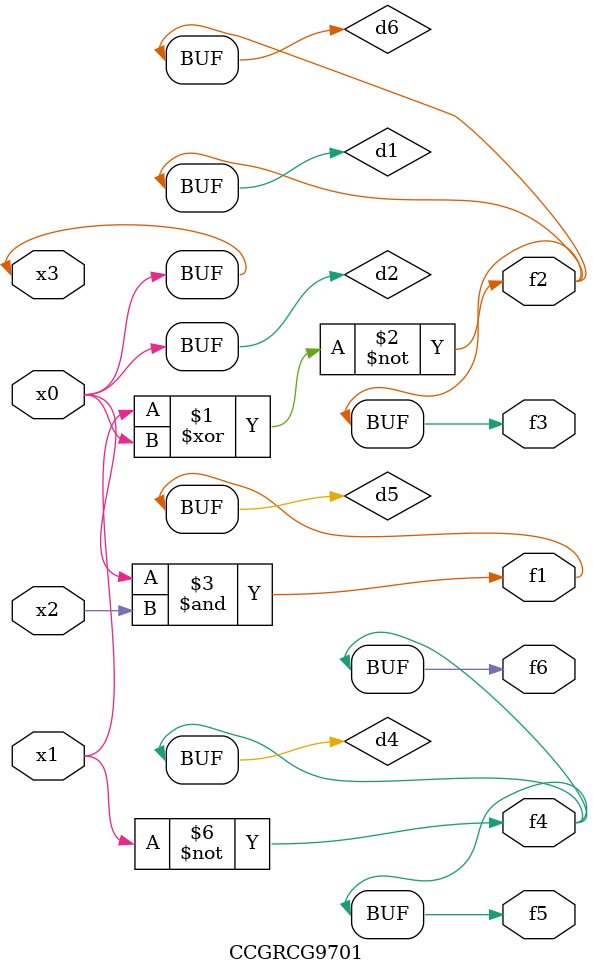
<source format=v>
module CCGRCG9701(
	input x0, x1, x2, x3,
	output f1, f2, f3, f4, f5, f6
);

	wire d1, d2, d3, d4, d5, d6;

	xnor (d1, x1, x3);
	buf (d2, x0, x3);
	nand (d3, x0, x2);
	not (d4, x1);
	nand (d5, d3);
	or (d6, d1);
	assign f1 = d5;
	assign f2 = d6;
	assign f3 = d6;
	assign f4 = d4;
	assign f5 = d4;
	assign f6 = d4;
endmodule

</source>
